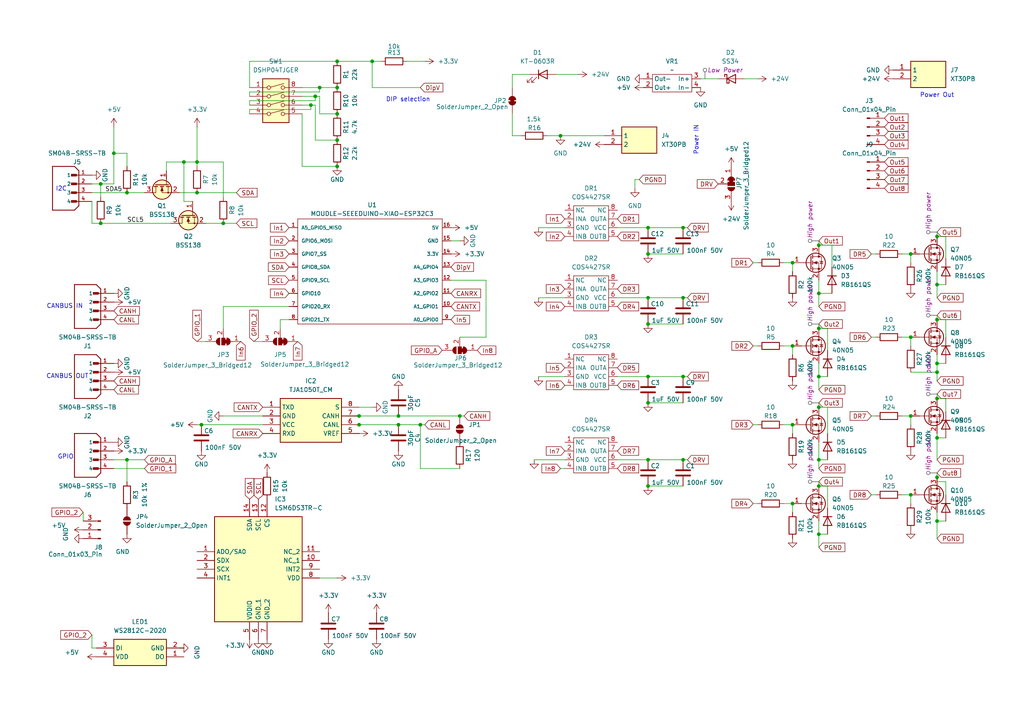
<source format=kicad_sch>
(kicad_sch (version 20231120) (generator "eeschema") (generator_version "8.0")
  (paper "A4")
  (junction (at 237.49 71.12))
  (junction (at 237.49 118.11))
  (junction (at 237.49 140.97))
  (junction (at 29.21 64.77))
  (junction (at 198.12 66.04))
  (junction (at 264.16 120.65))
  (junction (at 198.12 109.22))
  (junction (at 187.96 109.22))
  (junction (at 264.16 143.51))
  (junction (at 104.14 123.19))
  (junction (at 271.78 151.13))
  (junction (at 104.14 120.65))
  (junction (at 57.15 55.88))
  (junction (at 64.77 64.77))
  (junction (at 53.34 46.99))
  (junction (at 97.79 25.4))
  (junction (at 264.16 97.79))
  (junction (at 97.79 33.02))
  (junction (at 90.17 30.48))
  (junction (at 271.78 92.71))
  (junction (at 187.96 140.97))
  (junction (at 187.96 133.35))
  (junction (at 237.49 154.94))
  (junction (at 115.57 123.19))
  (junction (at 162.56 39.37))
  (junction (at 187.96 116.84))
  (junction (at 271.78 138.43))
  (junction (at 97.79 17.78))
  (junction (at 187.96 93.98))
  (junction (at 237.49 95.25))
  (junction (at 237.49 133.35))
  (junction (at 271.78 107.95))
  (junction (at 237.49 109.22))
  (junction (at 187.96 86.36))
  (junction (at 33.02 44.45))
  (junction (at 58.42 123.19))
  (junction (at 229.87 123.19))
  (junction (at 237.49 85.09))
  (junction (at 264.16 73.66))
  (junction (at 271.78 127))
  (junction (at 271.78 82.55))
  (junction (at 133.35 120.65))
  (junction (at 97.79 48.26))
  (junction (at 29.21 53.34))
  (junction (at 271.78 115.57))
  (junction (at 36.83 133.35))
  (junction (at 229.87 100.33))
  (junction (at 229.87 146.05))
  (junction (at 115.57 120.65))
  (junction (at 229.87 76.2))
  (junction (at 92.71 25.4))
  (junction (at 91.44 27.94))
  (junction (at 198.12 86.36))
  (junction (at 36.83 55.88))
  (junction (at 57.15 46.99))
  (junction (at 187.96 66.04))
  (junction (at 271.78 68.58))
  (junction (at 271.78 105.41))
  (junction (at 107.95 17.78))
  (junction (at 121.92 123.19))
  (junction (at 187.96 73.66))
  (junction (at 97.79 40.64))
  (junction (at 198.12 133.35))
  (wire (pts (xy 187.96 86.36) (xy 179.07 86.36)))
  (wire (pts (xy 97.79 167.64) (xy 92.71 167.64)))
  (wire (pts (xy 240.03 140.97) (xy 237.49 140.97)))
  (wire (pts (xy 254 73.66) (xy 252.73 73.66)))
  (wire (pts (xy 121.92 123.19) (xy 115.57 123.19)))
  (wire (pts (xy 227.33 146.05) (xy 229.87 146.05)))
  (wire (pts (xy 156.21 66.04) (xy 163.83 66.04)))
  (wire (pts (xy 271.78 110.49) (xy 271.78 107.95)))
  (wire (pts (xy 237.49 85.09) (xy 241.3 85.09)))
  (wire (pts (xy 271.78 114.3) (xy 271.78 115.57)))
  (wire (pts (xy 100.33 120.65) (xy 104.14 120.65)))
  (wire (pts (xy 198.12 66.04) (xy 187.96 66.04)))
  (wire (pts (xy 33.02 53.34) (xy 29.21 53.34)))
  (wire (pts (xy 91.44 27.94) (xy 92.71 27.94)))
  (wire (pts (xy 271.78 105.41) (xy 274.32 105.41)))
  (wire (pts (xy 219.71 123.19) (xy 218.44 123.19)))
  (wire (pts (xy 271.78 107.95) (xy 271.78 105.41)))
  (wire (pts (xy 36.83 44.45) (xy 33.02 44.45)))
  (wire (pts (xy 72.39 17.78) (xy 97.79 17.78)))
  (wire (pts (xy 184.15 54.61) (xy 184.15 52.07)))
  (wire (pts (xy 57.15 36.83) (xy 57.15 46.99)))
  (wire (pts (xy 229.87 102.87) (xy 229.87 100.33)))
  (wire (pts (xy 53.34 58.42) (xy 55.88 58.42)))
  (wire (pts (xy 198.12 86.36) (xy 187.96 86.36)))
  (wire (pts (xy 24.13 148.59) (xy 24.13 151.13)))
  (wire (pts (xy 104.14 120.65) (xy 115.57 120.65)))
  (wire (pts (xy 219.71 146.05) (xy 218.44 146.05)))
  (wire (pts (xy 240.03 101.6) (xy 240.03 95.25)))
  (wire (pts (xy 68.58 64.77) (xy 64.77 64.77)))
  (wire (pts (xy 240.03 125.73) (xy 240.03 118.11)))
  (wire (pts (xy 187.96 140.97) (xy 198.12 140.97)))
  (wire (pts (xy 264.16 100.33) (xy 264.16 97.79)))
  (wire (pts (xy 237.49 154.94) (xy 237.49 158.75)))
  (wire (pts (xy 33.02 44.45) (xy 33.02 53.34)))
  (wire (pts (xy 41.91 133.35) (xy 36.83 133.35)))
  (wire (pts (xy 118.11 17.78) (xy 123.19 17.78)))
  (wire (pts (xy 271.78 139.7) (xy 271.78 138.43)))
  (wire (pts (xy 91.44 40.64) (xy 97.79 40.64)))
  (wire (pts (xy 237.49 105.41) (xy 237.49 109.22)))
  (wire (pts (xy 199.39 66.04) (xy 198.12 66.04)))
  (wire (pts (xy 121.92 135.89) (xy 121.92 123.19)))
  (wire (pts (xy 237.49 116.84) (xy 237.49 118.11)))
  (wire (pts (xy 219.71 100.33) (xy 218.44 100.33)))
  (wire (pts (xy 237.49 93.98) (xy 237.49 95.25)))
  (wire (pts (xy 72.39 30.48) (xy 72.39 29.21)))
  (wire (pts (xy 53.34 187.96) (xy 52.07 187.96)))
  (wire (pts (xy 92.71 27.94) (xy 92.71 33.02)))
  (wire (pts (xy 227.33 100.33) (xy 229.87 100.33)))
  (wire (pts (xy 229.87 148.59) (xy 229.87 146.05)))
  (wire (pts (xy 241.3 77.47) (xy 241.3 71.12)))
  (wire (pts (xy 81.28 92.71) (xy 83.82 92.71)))
  (wire (pts (xy 237.49 139.7) (xy 237.49 140.97)))
  (wire (pts (xy 271.78 67.31) (xy 271.78 68.58)))
  (wire (pts (xy 81.28 92.71) (xy 81.28 95.25)))
  (wire (pts (xy 187.96 93.98) (xy 198.12 93.98)))
  (wire (pts (xy 208.28 22.86) (xy 203.2 22.86)))
  (wire (pts (xy 107.95 17.78) (xy 107.95 25.4)))
  (wire (pts (xy 36.83 133.35) (xy 33.02 133.35)))
  (wire (pts (xy 72.39 33.02) (xy 72.39 31.75)))
  (wire (pts (xy 59.69 64.77) (xy 64.77 64.77)))
  (wire (pts (xy 261.62 97.79) (xy 264.16 97.79)))
  (wire (pts (xy 72.39 31.75) (xy 90.17 31.75)))
  (wire (pts (xy 227.33 123.19) (xy 229.87 123.19)))
  (wire (pts (xy 229.87 78.74) (xy 229.87 76.2)))
  (wire (pts (xy 53.34 46.99) (xy 57.15 46.99)))
  (wire (pts (xy 26.67 187.96) (xy 27.94 187.96)))
  (wire (pts (xy 29.21 53.34) (xy 29.21 57.15)))
  (wire (pts (xy 187.96 133.35) (xy 179.07 133.35)))
  (wire (pts (xy 90.17 30.48) (xy 91.44 30.48)))
  (wire (pts (xy 198.12 109.22) (xy 187.96 109.22)))
  (wire (pts (xy 158.75 39.37) (xy 162.56 39.37)))
  (wire (pts (xy 36.83 133.35) (xy 36.83 139.7)))
  (wire (pts (xy 261.62 73.66) (xy 264.16 73.66)))
  (wire (pts (xy 151.13 39.37) (xy 148.59 39.37)))
  (wire (pts (xy 72.39 26.67) (xy 92.71 26.67)))
  (wire (pts (xy 271.78 148.59) (xy 271.78 151.13)))
  (wire (pts (xy 264.16 107.95) (xy 271.78 107.95)))
  (wire (pts (xy 87.63 25.4) (xy 92.71 25.4)))
  (wire (pts (xy 26.67 55.88) (xy 36.83 55.88)))
  (wire (pts (xy 97.79 17.78) (xy 107.95 17.78)))
  (wire (pts (xy 229.87 125.73) (xy 229.87 123.19)))
  (wire (pts (xy 154.94 133.35) (xy 163.83 133.35)))
  (wire (pts (xy 48.26 46.99) (xy 53.34 46.99)))
  (wire (pts (xy 134.62 120.65) (xy 133.35 120.65)))
  (wire (pts (xy 57.15 55.88) (xy 52.07 55.88)))
  (wire (pts (xy 237.49 133.35) (xy 240.03 133.35)))
  (wire (pts (xy 26.67 64.77) (xy 26.67 58.42)))
  (wire (pts (xy 57.15 46.99) (xy 57.15 48.26)))
  (wire (pts (xy 254 120.65) (xy 252.73 120.65)))
  (wire (pts (xy 187.96 66.04) (xy 179.07 66.04)))
  (wire (pts (xy 271.78 91.44) (xy 271.78 92.71)))
  (wire (pts (xy 133.35 120.65) (xy 115.57 120.65)))
  (wire (pts (xy 87.63 48.26) (xy 97.79 48.26)))
  (wire (pts (xy 36.83 48.26) (xy 36.83 44.45)))
  (wire (pts (xy 64.77 88.9) (xy 83.82 88.9)))
  (wire (pts (xy 68.58 55.88) (xy 57.15 55.88)))
  (wire (pts (xy 87.63 30.48) (xy 90.17 30.48)))
  (wire (pts (xy 92.71 26.67) (xy 92.71 25.4)))
  (wire (pts (xy 29.21 64.77) (xy 26.67 64.77)))
  (wire (pts (xy 92.71 33.02) (xy 97.79 33.02)))
  (wire (pts (xy 26.67 184.15) (xy 26.67 187.96)))
  (wire (pts (xy 64.77 95.25) (xy 64.77 88.9)))
  (wire (pts (xy 64.77 120.65) (xy 76.2 120.65)))
  (wire (pts (xy 41.91 135.89) (xy 33.02 135.89)))
  (wire (pts (xy 187.96 109.22) (xy 179.07 109.22)))
  (wire (pts (xy 237.49 109.22) (xy 237.49 113.03)))
  (wire (pts (xy 92.71 25.4) (xy 97.79 25.4)))
  (wire (pts (xy 73.66 99.06) (xy 76.2 99.06)))
  (wire (pts (xy 187.96 116.84) (xy 198.12 116.84)))
  (wire (pts (xy 90.17 31.75) (xy 90.17 30.48)))
  (wire (pts (xy 199.39 86.36) (xy 198.12 86.36)))
  (wire (pts (xy 91.44 29.21) (xy 91.44 27.94)))
  (wire (pts (xy 237.49 154.94) (xy 240.03 154.94)))
  (wire (pts (xy 107.95 25.4) (xy 121.92 25.4)))
  (wire (pts (xy 87.63 33.02) (xy 87.63 48.26)))
  (wire (pts (xy 156.21 109.22) (xy 163.83 109.22)))
  (wire (pts (xy 187.96 73.66) (xy 198.12 73.66)))
  (wire (pts (xy 240.03 95.25) (xy 237.49 95.25)))
  (wire (pts (xy 274.32 139.7) (xy 271.78 139.7)))
  (wire (pts (xy 237.49 81.28) (xy 237.49 85.09)))
  (wire (pts (xy 237.49 151.13) (xy 237.49 154.94)))
  (wire (pts (xy 148.59 39.37) (xy 148.59 33.02)))
  (wire (pts (xy 91.44 30.48) (xy 91.44 40.64)))
  (wire (pts (xy 49.53 64.77) (xy 29.21 64.77)))
  (wire (pts (xy 237.49 69.85) (xy 237.49 71.12)))
  (wire (pts (xy 64.77 46.99) (xy 57.15 46.99)))
  (wire (pts (xy 237.49 128.27) (xy 237.49 133.35)))
  (wire (pts (xy 72.39 27.94) (xy 72.39 26.67)))
  (wire (pts (xy 254 97.79) (xy 252.73 97.79)))
  (wire (pts (xy 184.15 52.07) (xy 185.42 52.07)))
  (wire (pts (xy 271.78 127) (xy 274.32 127)))
  (wire (pts (xy 130.81 81.28) (xy 140.97 81.28)))
  (wire (pts (xy 115.57 123.19) (xy 104.14 123.19)))
  (wire (pts (xy 100.33 123.19) (xy 104.14 123.19)))
  (wire (pts (xy 148.59 21.59) (xy 148.59 25.4)))
  (wire (pts (xy 271.78 82.55) (xy 274.32 82.55)))
  (wire (pts (xy 57.15 123.19) (xy 58.42 123.19)))
  (wire (pts (xy 261.62 120.65) (xy 264.16 120.65)))
  (wire (pts (xy 274.32 92.71) (xy 271.78 92.71)))
  (wire (pts (xy 133.35 135.89) (xy 121.92 135.89)))
  (wire (pts (xy 48.26 49.53) (xy 48.26 46.99)))
  (wire (pts (xy 87.63 27.94) (xy 91.44 27.94)))
  (wire (pts (xy 162.56 135.89) (xy 163.83 135.89)))
  (wire (pts (xy 58.42 123.19) (xy 76.2 123.19)))
  (wire (pts (xy 53.34 46.99) (xy 53.34 58.42)))
  (wire (pts (xy 264.16 76.2) (xy 264.16 73.66)))
  (wire (pts (xy 271.78 137.16) (xy 271.78 138.43)))
  (wire (pts (xy 198.12 133.35) (xy 187.96 133.35)))
  (wire (pts (xy 237.49 109.22) (xy 240.03 109.22)))
  (wire (pts (xy 240.03 147.32) (xy 240.03 140.97)))
  (wire (pts (xy 121.92 123.19) (xy 123.19 123.19)))
  (wire (pts (xy 140.97 97.79) (xy 133.35 97.79)))
  (wire (pts (xy 264.16 146.05) (xy 264.16 143.51)))
  (wire (pts (xy 104.14 118.11) (xy 107.95 118.11)))
  (wire (pts (xy 36.83 55.88) (xy 41.91 55.88)))
  (wire (pts (xy 261.62 143.51) (xy 264.16 143.51)))
  (wire (pts (xy 274.32 143.51) (xy 274.32 139.7)))
  (wire (pts (xy 133.35 69.85) (xy 130.81 69.85)))
  (wire (pts (xy 72.39 29.21) (xy 91.44 29.21)))
  (wire (pts (xy 219.71 76.2) (xy 218.44 76.2)))
  (wire (pts (xy 199.39 133.35) (xy 198.12 133.35)))
  (wire (pts (xy 72.39 25.4) (xy 72.39 17.78)))
  (wire (pts (xy 167.64 21.59) (xy 161.29 21.59)))
  (wire (pts (xy 271.78 78.74) (xy 271.78 82.55)))
  (wire (pts (xy 156.21 86.36) (xy 163.83 86.36)))
  (wire (pts (xy 271.78 105.41) (xy 271.78 102.87)))
  (wire (pts (xy 271.78 125.73) (xy 271.78 127)))
  (wire (pts (xy 219.71 22.86) (xy 215.9 22.86)))
  (wire (pts (xy 29.21 53.34) (xy 26.67 53.34)))
  (wire (pts (xy 33.02 36.83) (xy 33.02 44.45)))
  (wire (pts (xy 271.78 127) (xy 271.78 133.35)))
  (wire (pts (xy 140.97 97.79) (xy 140.97 81.28)))
  (wire (pts (xy 227.33 76.2) (xy 229.87 76.2)))
  (wire (pts (xy 237.49 133.35) (xy 237.49 135.89)))
  (wire (pts (xy 57.15 99.06) (xy 59.69 99.06)))
  (wire (pts (xy 274.32 74.93) (xy 274.32 68.58)))
  (wire (pts (xy 271.78 82.55) (xy 271.78 86.36)))
  (wire (pts (xy 271.78 151.13) (xy 271.78 156.21)))
  (wire (pts (xy 107.95 17.78) (xy 110.49 17.78)))
  (wire (pts (xy 148.59 21.59) (xy 153.67 21.59)))
  (wire (pts (xy 274.32 68.58) (xy 271.78 68.58)))
  (wire (pts (xy 271.78 151.13) (xy 274.32 151.13)))
  (wire (pts (xy 274.32 97.79) (xy 274.32 92.71)))
  (wire (pts (xy 199.39 109.22) (xy 198.12 109.22)))
  (wire (pts (xy 64.77 57.15) (xy 64.77 46.99)))
  (wire (pts (xy 274.32 119.38) (xy 274.32 115.57)))
  (wire (pts (xy 237.49 85.09) (xy 237.49 88.9)))
  (wire (pts (xy 162.56 39.37) (xy 175.26 39.37)))
  (wire (pts (xy 264.16 123.19) (xy 264.16 120.65)))
  (wire (pts (xy 240.03 118.11) (xy 237.49 118.11)))
  (wire (pts (xy 254 143.51) (xy 252.73 143.51)))
  (wire (pts (xy 241.3 71.12) (xy 237.49 71.12)))
  (wire (pts (xy 274.32 115.57) (xy 271.78 115.57)))
  (text "CANBUS OUT" (at 19.558 109.22 0) (effects (font (size 1.27 1.27))))
  (text "GPIO\n" (at 19.05 132.588 0) (effects (font (size 1.27 1.27))))
  (text "Power Out" (at 271.78 27.686 0) (effects (font (size 1.27 1.27))))
  (text "CANBUS IN" (at 18.796 88.9 0) (effects (font (size 1.27 1.27))))
  (text "Power IN\n" (at 201.93 40.64 90) (effects (font (size 1.27 1.27))))
  (text "DIP selection" (at 118.364 28.956 0) (effects (font (size 1.27 1.27))))
  (text "I2C" (at 17.78 54.864 0) (effects (font (size 1.27 1.27))))
  (label "SDA5" (at 30.48 55.88 0))
  (label "SCL5" (at 36.83 64.77 0))
  (global_label "DRV" (shape input) (at 208.28 53.34 180) (property "Intersheetrefs" "${INTERSHEET_REFS}" (effects (hide yes))))
  (global_label "CANTX" (shape input) (at 76.2 118.11 180) (property "Intersheetrefs" "${INTERSHEET_REFS}" (effects (hide yes))))
  (global_label "SDA" (shape input) (at 72.39 144.78 90) (property "Intersheetrefs" "${INTERSHEET_REFS}" (effects (hide yes))))
  (global_label "In8" (shape input) (at 138.43 101.6 0) (property "Intersheetrefs" "${INTERSHEET_REFS}" (effects (hide yes))))
  (global_label "DR7" (shape input) (at 179.07 130.81 0) (property "Intersheetrefs" "${INTERSHEET_REFS}" (effects (hide yes))))
  (global_label "GPIO_A" (shape input) (at 41.91 133.35 0) (property "Intersheetrefs" "${INTERSHEET_REFS}" (effects (hide yes))))
  (global_label "DR6" (shape input) (at 179.07 111.76 0) (property "Intersheetrefs" "${INTERSHEET_REFS}" (effects (hide yes))))
  (global_label "In5" (shape input) (at 130.81 92.71 0) (property "Intersheetrefs" "${INTERSHEET_REFS}" (effects (hide yes))))
  (global_label "In5" (shape input) (at 163.83 106.68 180) (property "Intersheetrefs" "${INTERSHEET_REFS}" (effects (hide yes))))
  (global_label "GPIO_A" (shape input) (at 128.27 101.6 180) (property "Intersheetrefs" "${INTERSHEET_REFS}" (effects (hide yes))))
  (global_label "DRV" (shape input) (at 199.39 86.36 0) (property "Intersheetrefs" "${INTERSHEET_REFS}" (effects (hide yes))))
  (global_label "Out8" (shape input) (at 256.54 54.61 0) (property "Intersheetrefs" "${INTERSHEET_REFS}" (effects (hide yes))))
  (global_label "CANRX" (shape input) (at 76.2 125.73 180) (property "Intersheetrefs" "${INTERSHEET_REFS}" (effects (hide yes))))
  (global_label "DR1" (shape input) (at 179.07 63.5 0) (property "Intersheetrefs" "${INTERSHEET_REFS}" (effects (hide yes))))
  (global_label "CANH" (shape input) (at 33.02 110.49 0) (property "Intersheetrefs" "${INTERSHEET_REFS}" (effects (hide yes))))
  (global_label "DR1" (shape input) (at 218.44 76.2 180) (property "Intersheetrefs" "${INTERSHEET_REFS}" (effects (hide yes))))
  (global_label "Out2" (shape input) (at 256.54 36.83 0) (property "Intersheetrefs" "${INTERSHEET_REFS}" (effects (hide yes))))
  (global_label "PGND" (shape input) (at 271.78 133.35 0) (property "Intersheetrefs" "${INTERSHEET_REFS}" (effects (hide yes))))
  (global_label "In7" (shape input) (at 163.83 130.81 180) (property "Intersheetrefs" "${INTERSHEET_REFS}" (effects (hide yes))))
  (global_label "DR2" (shape input) (at 218.44 100.33 180) (property "Intersheetrefs" "${INTERSHEET_REFS}" (effects (hide yes))))
  (global_label "In7" (shape input) (at 86.36 99.06 270) (property "Intersheetrefs" "${INTERSHEET_REFS}" (effects (hide yes))))
  (global_label "DR5" (shape input) (at 252.73 73.66 180) (property "Intersheetrefs" "${INTERSHEET_REFS}" (effects (hide yes))))
  (global_label "DR8" (shape input) (at 179.07 135.89 0) (property "Intersheetrefs" "${INTERSHEET_REFS}" (effects (hide yes))))
  (global_label "In6" (shape input) (at 163.83 111.76 180) (property "Intersheetrefs" "${INTERSHEET_REFS}" (effects (hide yes))))
  (global_label "Out5" (shape input) (at 271.78 67.31 0) (property "Intersheetrefs" "${INTERSHEET_REFS}" (effects (hide yes))))
  (global_label "DR6" (shape input) (at 252.73 97.79 180) (property "Intersheetrefs" "${INTERSHEET_REFS}" (effects (hide yes))))
  (global_label "Out5" (shape input) (at 256.54 46.99 0) (property "Intersheetrefs" "${INTERSHEET_REFS}" (effects (hide yes))))
  (global_label "GPIO_2" (shape input) (at 24.13 148.59 180) (property "Intersheetrefs" "${INTERSHEET_REFS}" (effects (hide yes))))
  (global_label "DipV" (shape input) (at 121.92 25.4 0) (property "Intersheetrefs" "${INTERSHEET_REFS}" (effects (hide yes))))
  (global_label "In6" (shape input) (at 69.85 99.06 270) (property "Intersheetrefs" "${INTERSHEET_REFS}" (effects (hide yes))))
  (global_label "Out7" (shape input) (at 271.78 114.3 0) (property "Intersheetrefs" "${INTERSHEET_REFS}" (effects (hide yes))))
  (global_label "CANL" (shape input) (at 123.19 123.19 0) (property "Intersheetrefs" "${INTERSHEET_REFS}" (effects (hide yes))))
  (global_label "SCL" (shape input) (at 68.58 64.77 0) (property "Intersheetrefs" "${INTERSHEET_REFS}" (effects (hide yes))))
  (global_label "In4" (shape input) (at 163.83 88.9 180) (property "Intersheetrefs" "${INTERSHEET_REFS}" (effects (hide yes))))
  (global_label "PGND" (shape input) (at 237.49 158.75 0) (property "Intersheetrefs" "${INTERSHEET_REFS}" (effects (hide yes))))
  (global_label "CANRX" (shape input) (at 130.81 85.09 0) (property "Intersheetrefs" "${INTERSHEET_REFS}" (effects (hide yes))))
  (global_label "Out2" (shape input) (at 237.49 93.98 0) (property "Intersheetrefs" "${INTERSHEET_REFS}" (effects (hide yes))))
  (global_label "GPIO_1" (shape input) (at 57.15 99.06 90) (property "Intersheetrefs" "${INTERSHEET_REFS}" (effects (hide yes))))
  (global_label "GPIO_2" (shape input) (at 73.66 99.06 90) (property "Intersheetrefs" "${INTERSHEET_REFS}" (effects (hide yes))))
  (global_label "In4" (shape input) (at 83.82 85.09 180) (property "Intersheetrefs" "${INTERSHEET_REFS}" (effects (hide yes))))
  (global_label "In3" (shape input) (at 83.82 73.66 180) (property "Intersheetrefs" "${INTERSHEET_REFS}" (effects (hide yes))))
  (global_label "DR3" (shape input) (at 179.07 83.82 0) (property "Intersheetrefs" "${INTERSHEET_REFS}" (effects (hide yes))))
  (global_label "In2" (shape input) (at 163.83 68.58 180) (property "Intersheetrefs" "${INTERSHEET_REFS}" (effects (hide yes))))
  (global_label "In1" (shape input) (at 163.83 63.5 180) (property "Intersheetrefs" "${INTERSHEET_REFS}" (effects (hide yes))))
  (global_label "CANH" (shape input) (at 33.02 90.17 0) (property "Intersheetrefs" "${INTERSHEET_REFS}" (effects (hide yes))))
  (global_label "CANL" (shape input) (at 33.02 113.03 0) (property "Intersheetrefs" "${INTERSHEET_REFS}" (effects (hide yes))))
  (global_label "CANH" (shape input) (at 134.62 120.65 0) (property "Intersheetrefs" "${INTERSHEET_REFS}" (effects (hide yes))))
  (global_label "DRV" (shape input) (at 199.39 133.35 0) (property "Intersheetrefs" "${INTERSHEET_REFS}" (effects (hide yes))))
  (global_label "PGND" (shape input) (at 237.49 135.89 0) (property "Intersheetrefs" "${INTERSHEET_REFS}" (effects (hide yes))))
  (global_label "Out8" (shape input) (at 271.78 137.16 0) (property "Intersheetrefs" "${INTERSHEET_REFS}" (effects (hide yes))))
  (global_label "DR7" (shape input) (at 252.73 120.65 180) (property "Intersheetrefs" "${INTERSHEET_REFS}" (effects (hide yes))))
  (global_label "DR2" (shape input) (at 179.07 68.58 0) (property "Intersheetrefs" "${INTERSHEET_REFS}" (effects (hide yes))))
  (global_label "PGND" (shape input) (at 271.78 156.21 0) (property "Intersheetrefs" "${INTERSHEET_REFS}" (effects (hide yes))))
  (global_label "DR4" (shape input) (at 179.07 88.9 0) (property "Intersheetrefs" "${INTERSHEET_REFS}" (effects (hide yes))))
  (global_label "PGND" (shape input) (at 271.78 110.49 0) (property "Intersheetrefs" "${INTERSHEET_REFS}" (effects (hide yes))))
  (global_label "GPIO_1" (shape input) (at 41.91 135.89 0) (property "Intersheetrefs" "${INTERSHEET_REFS}" (effects (hide yes))))
  (global_label "Out4" (shape input) (at 256.54 41.91 0) (property "Intersheetrefs" "${INTERSHEET_REFS}" (effects (hide yes))))
  (global_label "Out1" (shape input) (at 237.49 69.85 0) (property "Intersheetrefs" "${INTERSHEET_REFS}" (effects (hide yes))))
  (global_label "DRV" (shape input) (at 199.39 66.04 0) (property "Intersheetrefs" "${INTERSHEET_REFS}" (effects (hide yes))))
  (global_label "Out3" (shape input) (at 256.54 39.37 0) (property "Intersheetrefs" "${INTERSHEET_REFS}" (effects (hide yes))))
  (global_label "CANL" (shape input) (at 33.02 92.71 0) (property "Intersheetrefs" "${INTERSHEET_REFS}" (effects (hide yes))))
  (global_label "Out3" (shape input) (at 237.49 116.84 0) (property "Intersheetrefs" "${INTERSHEET_REFS}" (effects (hide yes))))
  (global_label "SDA" (shape input) (at 83.82 77.47 180) (property "Intersheetrefs" "${INTERSHEET_REFS}" (effects (hide yes))))
  (global_label "In1" (shape input) (at 83.82 66.04 180) (property "Intersheetrefs" "${INTERSHEET_REFS}" (effects (hide yes))))
  (global_label "PGND" (shape input) (at 237.49 113.03 0) (property "Intersheetrefs" "${INTERSHEET_REFS}" (effects (hide yes))))
  (global_label "In2" (shape input) (at 83.82 69.85 180) (property "Intersheetrefs" "${INTERSHEET_REFS}" (effects (hide yes))))
  (global_label "PGND" (shape input) (at 237.49 88.9 0) (property "Intersheetrefs" "${INTERSHEET_REFS}" (effects (hide yes))))
  (global_label "DipV" (shape input) (at 130.81 77.47 0) (property "Intersheetrefs" "${INTERSHEET_REFS}" (effects (hide yes))))
  (global_label "Out4" (shape input) (at 237.49 139.7 0) (property "Intersheetrefs" "${INTERSHEET_REFS}" (effects (hide yes))))
  (global_label "Out1" (shape input) (at 256.54 34.29 0) (property "Intersheetrefs" "${INTERSHEET_REFS}" (effects (hide yes))))
  (global_label "In8" (shape input) (at 162.56 135.89 180) (property "Intersheetrefs" "${INTERSHEET_REFS}" (effects (hide yes))))
  (global_label "DR4" (shape input) (at 218.44 146.05 180) (property "Intersheetrefs" "${INTERSHEET_REFS}" (effects (hide yes))))
  (global_label "SCL" (shape input) (at 74.93 144.78 90) (property "Intersheetrefs" "${INTERSHEET_REFS}" (effects (hide yes))))
  (global_label "DR3" (shape input) (at 218.44 123.19 180) (property "Intersheetrefs" "${INTERSHEET_REFS}" (effects (hide yes))))
  (global_label "SCL" (shape input) (at 83.82 81.28 180) (property "Intersheetrefs" "${INTERSHEET_REFS}" (effects (hide yes))))
  (global_label "PGND" (shape input) (at 185.42 52.07 0) (property "Intersheetrefs" "${INTERSHEET_REFS}" (effects (hide yes))))
  (global_label "SDA" (shape input) (at 68.58 55.88 0) (property "Intersheetrefs" "${INTERSHEET_REFS}" (effects (hide yes))))
  (global_label "PGND" (shape input) (at 271.78 86.36 0) (property "Intersheetrefs" "${INTERSHEET_REFS}" (effects (hide yes))))
  (global_label "Out7" (shape input) (at 256.54 52.07 0) (property "Intersheetrefs" "${INTERSHEET_REFS}" (effects (hide yes))))
  (global_label "In3" (shape input) (at 163.83 83.82 180) (property "Intersheetrefs" "${INTERSHEET_REFS}" (effects (hide yes))))
  (global_label "Out6" (shape input) (at 271.78 91.44 0) (property "Intersheetrefs" "${INTERSHEET_REFS}" (effects (hide yes))))
  (global_label "DR8" (shape input) (at 252.73 143.51 180) (property "Intersheetrefs" "${INTERSHEET_REFS}" (effects (hide yes))))
  (global_label "DR5" (shape input) (at 179.07 106.68 0) (property "Intersheetrefs" "${INTERSHEET_REFS}" (effects (hide yes))))
  (global_label "DRV" (shape input) (at 199.39 109.22 0) (property "Intersheetrefs" "${INTERSHEET_REFS}" (effects (hide yes))))
  (global_label "GPIO_2" (shape input) (at 26.67 184.15 180) (property "Intersheetrefs" "${INTERSHEET_REFS}" (effects (hide yes))))
  (global_label "CANTX" (shape input) (at 130.81 88.9 0) (property "Intersheetrefs" "${INTERSHEET_REFS}" (effects (hide yes))))
  (global_label "Out6" (shape input) (at 256.54 49.53 0) (property "Intersheetrefs" "${INTERSHEET_REFS}" (effects (hide yes))))
  (netclass_flag "" (length 2.54) (shape round) (at 204.47 22.86 0) (property "Netclass" "Low Power" (at 205.1685 20.32 0) (effects (font (italic yes)) (justify left))))
  (netclass_flag "" (length 2.54) (shape round) (at 271.78 114.3 90) (property "Netclass" "High power" (at 269.24 113.6015 90) (effects (font (italic yes)) (justify left))))
  (netclass_flag "" (length 2.54) (shape round) (at 271.78 91.44 90) (property "Netclass" "High power" (at 269.24 90.7415 90) (effects (font (italic yes)) (justify left))))
  (netclass_flag "" (length 2.54) (shape round) (at 271.78 137.16 90) (property "Netclass" "High power" (at 269.24 136.4615 90) (effects (font (italic yes)) (justify left))))
  (netclass_flag "" (length 2.54) (shape round) (at 237.49 69.85 90) (property "Netclass" "High power" (at 234.95 69.1515 90) (effects (font (italic yes)) (justify left))))
  (netclass_flag "" (length 2.54) (shape round) (at 237.49 139.7 90) (property "Netclass" "High power" (at 234.95 139.0015 90) (effects (font (italic yes)) (justify left))))
  (netclass_flag "" (length 2.54) (shape round) (at 237.49 116.84 90) (property "Netclass" "High power" (at 234.95 116.1415 90) (effects (font (italic yes)) (justify left))))
  (netclass_flag "" (length 2.54) (shape round) (at 271.78 67.31 90) (property "Netclass" "High power" (at 269.24 66.6115 90) (effects (font (italic yes)) (justify left))))
  (netclass_flag "" (length 2.54) (shape round) (at 237.49 93.98 90) (property "Netclass" "High power" (at 234.95 93.2815 90) (effects (font (italic yes)) (justify left))))
  (symbol (lib_id "Device:R") (at 264.16 127 180) (unit 1)
    (property "Reference" "R28" (at 266.7 127 90))
    (property "Value" "100k" (at 269.24 127 90))
    (property "Footprint" "Resistor_SMD:R_0402_1005Metric" (effects (hide yes)))
  )
  (symbol (lib_id "Device:Q_NMOS_GSD") (at 234.95 123.19 0) (unit 1)
    (property "Reference" "Q5" (at 241.3 121.9199 0) (effects (justify left)))
    (property "Value" "40N05" (at 241.3 124.4599 0) (effects (justify left)))
    (property "Footprint" "Package_TO_SOT_SMD:SOT-23-3" (effects (hide yes)))
    (property "Description" "N-MOSFET transistor, gate/source/drain" (effects (hide yes)))
  )
  (symbol (lib_id "Connector:Conn_01x03_Pin") (at 29.21 153.67 180) (unit 1)
    (property "Reference" "J8" (at 28.575 158.75 0))
    (property "Value" "Conn_01x03_Pin" (at 21.844 160.782 0))
    (property "Footprint" "Connector_PinHeader_2.54mm:PinHeader_1x03_P2.54mm_Vertical" (effects (hide yes)))
    (property "Description" "Generic connector, single row, 01x03, script generated" (effects (hide yes)))
  )
  (symbol (lib_id "Device:D") (at 274.32 123.19 270) (unit 1)
    (property "Reference" "D9" (at 276.86 121.9199 90) (effects (justify left)))
    (property "Value" "RB161QS" (at 276.86 124.4599 90) (effects (justify left)))
    (property "Footprint" "Diode_SMD:D_0402_1005Metric" (effects (hide yes)))
    (property "Description" "Diode" (effects (hide yes)))
    (property "Sim.Device" "D" (effects (hide yes)))
    (property "Sim.Pins" "1=K 2=A" (effects (hide yes)))
  )
  (symbol (lib_id "power:GND") (at 264.16 130.81 0) (unit 1)
    (property "Reference" "#PWR066" (effects (hide yes)))
    (property "Value" "GND" (effects (hide yes)))
  )
  (symbol (lib_id "power:GND") (at 77.47 185.42 0) (unit 1)
    (property "Reference" "#PWR036" (effects (hide yes)))
    (property "Value" "GND" (at 77.47 189.23 0))
  )
  (symbol (lib_id "power:+5V") (at 57.15 123.19 90) (unit 1)
    (property "Reference" "#PWR015" (effects (hide yes)))
    (property "Value" "+5V" (at 53.34 123.1899 90) (effects (justify left)))
    (property "Description" "Power symbol creates a global label with name \"+5V\"" (effects (hide yes)))
  )
  (symbol (lib_id "power:GND") (at 187.96 93.98 0) (unit 1)
    (property "Reference" "#PWR061" (effects (hide yes)))
    (property "Value" "GND" (effects (hide yes)))
  )
  (symbol (lib_id "power:GND") (at 95.25 185.42 0) (unit 1)
    (property "Reference" "#PWR041" (effects (hide yes)))
    (property "Value" "GND" (at 95.25 189.23 0))
  )
  (symbol (lib_id "SamacSys_Parts:XT30PB") (at 259.08 20.32 0) (unit 1) (in_bom no)
    (property "Reference" "J7" (at 275.59 20.3199 0) (effects (justify left)))
    (property "Value" "XT30PB" (at 275.59 22.8599 0) (effects (justify left)))
    (property "Footprint" "JST_Sorted:XT30PB" (effects (hide yes)))
    (property "Datasheet" "https://www.tme.eu/Document/4acc913878197f8c2e30d4b8cdc47230/XT30UPB%20SPEC.pdf" (effects (hide yes)))
    (property "Description" "Mini XT60 XT30 Connector for RC Multirotor Racing Drone Quadcopter" (effects (hide yes)))
    (property "Height" "10.7" (effects (hide yes)))
    (property "Manufacturer_Name" "Amass" (effects (hide yes)))
    (property "Manufacturer_Part_Number" "XT30PB" (effects (hide yes)))
  )
  (symbol (lib_id "Device:R") (at 264.16 80.01 180) (unit 1)
    (property "Reference" "R26" (at 266.7 80.01 90))
    (property "Value" "100k" (at 269.24 80.01 90))
    (property "Footprint" "Resistor_SMD:R_0402_1005Metric" (effects (hide yes)))
  )
  (symbol (lib_id "Device:R") (at 29.21 60.96 180) (unit 1)
    (property "Reference" "R9" (at 31.75 60.96 90))
    (property "Value" "10k" (at 34.29 60.96 90))
    (property "Footprint" "Resistor_SMD:R_0402_1005Metric" (effects (hide yes)))
  )
  (symbol (lib_id "power:GND") (at 33.02 85.09 90) (unit 1)
    (property "Reference" "#PWR02" (effects (hide yes)))
    (property "Value" "GND" (at 36.83 85.09 0))
  )
  (symbol (lib_id "Device:C") (at 187.96 69.85 0) (unit 1)
    (property "Reference" "C12" (at 188.722 67.818 0) (effects (justify left)))
    (property "Value" "1uF 50V" (at 188.976 72.644 0) (effects (justify left)))
    (property "Footprint" "Capacitor_SMD:C_0402_1005Metric" (effects (hide yes)))
    (property "Description" "Unpolarized capacitor" (effects (hide yes)))
  )
  (symbol (lib_id "Connector:Conn_01x04_Pin") (at 251.46 49.53 0) (unit 1)
    (property "Reference" "J9" (at 252.095 41.91 0))
    (property "Value" "Conn_01x04_Pin" (at 252.095 44.45 0))
    (property "Footprint" "TerminalBlock:TerminalBlock_Xinya_XY308-2.54-4P_1x04_P2.54mm_Horizontal" (effects (hide yes)))
    (property "Description" "Generic connector, single row, 01x04, script generated" (effects (hide yes)))
  )
  (symbol (lib_id "Device:D") (at 240.03 129.54 270) (unit 1)
    (property "Reference" "D5" (at 242.57 128.2699 90) (effects (justify left)))
    (property "Value" "RB161QS" (at 242.57 130.8099 90) (effects (justify left)))
    (property "Footprint" "Diode_SMD:D_0402_1005Metric" (effects (hide yes)))
    (property "Description" "Diode" (effects (hide yes)))
    (property "Sim.Device" "D" (effects (hide yes)))
    (property "Sim.Pins" "1=K 2=A" (effects (hide yes)))
  )
  (symbol (lib_id "Device:R") (at 133.35 132.08 180) (unit 1)
    (property "Reference" "R17" (at 135.89 132.08 90))
    (property "Value" "120" (at 138.43 132.08 90))
    (property "Footprint" "Resistor_SMD:R_0402_1005Metric" (effects (hide yes)))
  )
  (symbol (lib_id "Device:C") (at 109.22 181.61 0) (unit 1)
    (property "Reference" "C8" (at 109.982 179.578 0) (effects (justify left)))
    (property "Value" "100nF 50V" (at 110.236 184.404 0) (effects (justify left)))
    (property "Footprint" "Capacitor_SMD:C_0402_1005Metric" (effects (hide yes)))
    (property "Description" "Unpolarized capacitor" (effects (hide yes)))
  )
  (symbol (lib_id "power:GND") (at 229.87 110.49 0) (unit 1)
    (property "Reference" "#PWR068" (effects (hide yes)))
    (property "Value" "GND" (effects (hide yes)))
  )
  (symbol (lib_id "Device:C") (at 58.42 127 0) (unit 1)
    (property "Reference" "C6" (at 59.182 124.968 0) (effects (justify left)))
    (property "Value" "100nF 50V" (at 59.436 129.794 0) (effects (justify left)))
    (property "Footprint" "Capacitor_SMD:C_0402_1005Metric" (effects (hide yes)))
    (property "Description" "Unpolarized capacitor" (effects (hide yes)))
  )
  (symbol (lib_id "Device:C") (at 95.25 181.61 0) (unit 1)
    (property "Reference" "C7" (at 96.012 179.578 0) (effects (justify left)))
    (property "Value" "100nF 50V" (at 96.266 184.404 0) (effects (justify left)))
    (property "Footprint" "Capacitor_SMD:C_0402_1005Metric" (effects (hide yes)))
    (property "Description" "Unpolarized capacitor" (effects (hide yes)))
  )
  (symbol (lib_id "power:GND") (at 229.87 156.21 0) (unit 1)
    (property "Reference" "#PWR064" (effects (hide yes)))
    (property "Value" "GND" (effects (hide yes)))
  )
  (symbol (lib_id "Device:R") (at 97.79 21.59 180) (unit 1)
    (property "Reference" "R1" (at 100.33 21.59 90))
    (property "Value" "22k" (at 102.87 21.59 90))
    (property "Footprint" "Resistor_SMD:R_0402_1005Metric" (effects (hide yes)))
  )
  (symbol (lib_id "Device:R") (at 114.3 17.78 270) (unit 1)
    (property "Reference" "R13" (at 114.3 15.24 90))
    (property "Value" "10k" (at 114.3 13.462 90))
    (property "Footprint" "Resistor_SMD:R_0402_1005Metric" (effects (hide yes)))
  )
  (symbol (lib_id "Device:C") (at 198.12 90.17 0) (unit 1)
    (property "Reference" "C11" (at 198.882 88.138 0) (effects (justify left)))
    (property "Value" "100nF 50V" (at 199.136 92.964 0) (effects (justify left)))
    (property "Footprint" "Capacitor_SMD:C_0402_1005Metric" (effects (hide yes)))
    (property "Description" "Unpolarized capacitor" (effects (hide yes)))
  )
  (symbol (lib_id "power:GND") (at 24.13 156.21 270) (unit 1)
    (property "Reference" "#PWR031" (effects (hide yes)))
    (property "Value" "GND" (at 19.05 154.94 0))
  )
  (symbol (lib_id "SamacSys_Parts:B4B-XH-A_LF__SN_") (at 19.05 53.34 0) (mirror y) (unit 1)
    (property "Reference" "J5" (at 22.352 46.99 0))
    (property "Value" "SM04B-SRSS-TB" (at 22.352 44.45 0))
    (property "Footprint" "Connector_JST:JST_SH_SM04B-SRSS-TB_1x04-1MP_P1.00mm_Horizontal" (effects (hide yes)))
    (property "Description" "JST 4 Pin" (effects (hide yes)))
  )
  (symbol (lib_id "power:GND") (at 187.96 73.66 0) (unit 1)
    (property "Reference" "#PWR062" (effects (hide yes)))
    (property "Value" "GND" (effects (hide yes)))
  )
  (symbol (lib_id "power:GND") (at 107.95 118.11 90) (unit 1)
    (property "Reference" "#PWR019" (effects (hide yes)))
    (property "Value" "GND" (at 111.76 118.11 0))
  )
  (symbol (lib_id "power:+24V") (at 175.26 41.91 90) (unit 1)
    (property "Reference" "#PWR010" (effects (hide yes)))
    (property "Value" "+24V" (at 171.45 41.91 90) (effects (justify left)))
  )
  (symbol (lib_id "Device:R") (at 229.87 129.54 180) (unit 1)
    (property "Reference" "R19" (at 232.41 129.54 90))
    (property "Value" "100k" (at 234.95 129.54 90))
    (property "Footprint" "Resistor_SMD:R_0402_1005Metric" (effects (hide yes)))
  )
  (symbol (lib_id "Device:R") (at 223.52 100.33 270) (unit 1)
    (property "Reference" "R5" (at 223.52 97.79 90))
    (property "Value" "10" (at 223.52 95.25 90))
    (property "Footprint" "Resistor_SMD:R_0603_1608Metric" (effects (hide yes)))
  )
  (symbol (lib_id "Device:D") (at 241.3 81.28 270) (unit 1)
    (property "Reference" "D3" (at 243.84 80.0099 90) (effects (justify left)))
    (property "Value" "RB161QS" (at 243.84 82.5499 90) (effects (justify left)))
    (property "Footprint" "Diode_SMD:D_0402_1005Metric" (effects (hide yes)))
    (property "Description" "Diode" (effects (hide yes)))
    (property "Sim.Device" "D" (effects (hide yes)))
    (property "Sim.Pins" "1=K 2=A" (effects (hide yes)))
  )
  (symbol (lib_id "power:GND") (at 229.87 86.36 0) (unit 1)
    (property "Reference" "#PWR063" (effects (hide yes)))
    (property "Value" "GND" (effects (hide yes)))
  )
  (symbol (lib_id "power:GND") (at 26.67 50.8 90) (unit 1)
    (property "Reference" "#PWR05" (effects (hide yes)))
    (property "Value" "GND" (at 30.48 50.8 0))
  )
  (symbol (lib_id "power:+24V") (at 167.64 21.59 270) (unit 1)
    (property "Reference" "#PWR021" (effects (hide yes)))
    (property "Value" "+24V" (at 171.45 21.5899 90) (effects (justify left)))
  )
  (symbol (lib_id "Device:R") (at 223.52 76.2 270) (unit 1)
    (property "Reference" "R4" (at 223.52 73.66 90))
    (property "Value" "10" (at 223.52 71.12 90))
    (property "Footprint" "Resistor_SMD:R_0603_1608Metric" (effects (hide yes)))
  )
  (symbol (lib_id "power:GND") (at 187.96 116.84 0) (unit 1)
    (property "Reference" "#PWR060" (effects (hide yes)))
    (property "Value" "GND" (effects (hide yes)))
  )
  (symbol (lib_id "Device:C") (at 198.12 113.03 0) (unit 1)
    (property "Reference" "C9" (at 198.882 110.998 0) (effects (justify left)))
    (property "Value" "100nF 50V" (at 199.136 115.824 0) (effects (justify left)))
    (property "Footprint" "Capacitor_SMD:C_0402_1005Metric" (effects (hide yes)))
    (property "Description" "Unpolarized capacitor" (effects (hide yes)))
  )
  (symbol (lib_id "power:GND") (at 109.22 185.42 0) (unit 1)
    (property "Reference" "#PWR044" (effects (hide yes)))
    (property "Value" "GND" (at 109.22 189.23 0))
  )
  (symbol (lib_id "power:GND") (at 264.16 83.82 0) (unit 1)
    (property "Reference" "#PWR069" (effects (hide yes)))
    (property "Value" "GND" (effects (hide yes)))
  )
  (symbol (lib_id "power:+3.3V") (at 72.39 185.42 180) (unit 1)
    (property "Reference" "#PWR039" (effects (hide yes)))
    (property "Value" "+3.3V" (at 68.072 187.198 0))
    (property "Description" "Power symbol creates a global label with name \"+3.3V\"" (effects (hide yes)))
  )
  (symbol (lib_id "Device:C") (at 198.12 137.16 0) (unit 1)
    (property "Reference" "C1" (at 198.882 135.128 0) (effects (justify left)))
    (property "Value" "100nF 50V" (at 199.136 139.954 0) (effects (justify left)))
    (property "Footprint" "Capacitor_SMD:C_0402_1005Metric" (effects (hide yes)))
    (property "Description" "Unpolarized capacitor" (effects (hide yes)))
  )
  (symbol (lib_id "Device:R") (at 264.16 149.86 180) (unit 1)
    (property "Reference" "R29" (at 266.7 149.86 90))
    (property "Value" "100k" (at 269.24 149.86 90))
    (property "Footprint" "Resistor_SMD:R_0402_1005Metric" (effects (hide yes)))
  )
  (symbol (lib_id "power:+24V") (at 219.71 22.86 270) (unit 1)
    (property "Reference" "#PWR033" (effects (hide yes)))
    (property "Value" "+24V" (at 223.52 22.86 90) (effects (justify left)))
  )
  (symbol (lib_id "power:GND") (at 133.35 69.85 90) (unit 1)
    (property "Reference" "#PWR09" (effects (hide yes)))
    (property "Value" "GND" (at 137.16 69.85 0))
  )
  (symbol (lib_id "power:+3.3V") (at 97.79 167.64 270) (unit 1)
    (property "Reference" "#PWR038" (effects (hide yes)))
    (property "Value" "+3.3V" (at 101.6 167.6399 90) (effects (justify left)))
    (property "Description" "Power symbol creates a global label with name \"+3.3V\"" (effects (hide yes)))
  )
  (symbol (lib_id "power:+5V") (at 186.69 25.4 90) (unit 1)
    (property "Reference" "#PWR035" (effects (hide yes)))
    (property "Value" "+5V" (at 182.88 25.3999 90) (effects (justify left)))
    (property "Description" "Power symbol creates a global label with name \"+5V\"" (effects (hide yes)))
  )
  (symbol (lib_id "Device:C") (at 187.96 113.03 0) (unit 1)
    (property "Reference" "C3" (at 188.722 110.998 0) (effects (justify left)))
    (property "Value" "1uF 50V" (at 188.976 115.824 0) (effects (justify left)))
    (property "Footprint" "Capacitor_SMD:C_0402_1005Metric" (effects (hide yes)))
    (property "Description" "Unpolarized capacitor" (effects (hide yes)))
  )
  (symbol (lib_id "power:GND") (at 97.79 48.26 0) (unit 1)
    (property "Reference" "#PWR08" (effects (hide yes)))
    (property "Value" "GND" (at 97.79 52.07 0))
  )
  (symbol (lib_id "power:+5V") (at 24.13 153.67 90) (unit 1)
    (property "Reference" "#PWR030" (effects (hide yes)))
    (property "Value" "+5V" (at 19.05 152.4001 90) (effects (justify left)))
    (property "Description" "Power symbol creates a global label with name \"+5V\"" (effects (hide yes)))
  )
  (symbol (lib_id "Connector:Conn_01x04_Pin") (at 251.46 36.83 0) (unit 1)
    (property "Reference" "J3" (at 252.095 29.21 0))
    (property "Value" "Conn_01x04_Pin" (at 252.095 31.75 0))
    (property "Footprint" "TerminalBlock:TerminalBlock_Xinya_XY308-2.54-4P_1x04_P2.54mm_Horizontal" (effects (hide yes)))
    (property "Description" "Generic connector, single row, 01x04, script generated" (effects (hide yes)))
  )
  (symbol (lib_id "Device:R") (at 257.81 120.65 270) (unit 1)
    (property "Reference" "R24" (at 257.81 118.11 90))
    (property "Value" "10" (at 257.81 115.57 90))
    (property "Footprint" "Resistor_SMD:R_0603_1608Metric" (effects (hide yes)))
  )
  (symbol (lib_id "Jumper:SolderJumper_3_Bridged12") (at 81.28 99.06 180) (unit 1) (exclude_from_sim yes) (in_bom no)
    (property "Reference" "JP5" (at 81.28 102.87 0))
    (property "Value" "SolderJumper_3_Bridged12" (at 88.392 105.664 0))
    (property "Footprint" "Jumper:SolderJumper-3_P1.3mm_Bridged12_RoundedPad1.0x1.5mm" (effects (hide yes)))
    (property "Description" "3-pole Solder Jumper, pins 1+2 closed/bridged" (effects (hide yes)))
  )
  (symbol (lib_id "power:+5V") (at 33.02 36.83 0) (unit 1)
    (property "Reference" "#PWR01" (effects (hide yes)))
    (property "Value" "+5V" (at 33.02 31.75 0))
    (property "Description" "Power symbol creates a global label with name \"+5V\"" (effects (hide yes)))
  )
  (symbol (lib_id "power:+3.3V") (at 130.81 73.66 270) (unit 1)
    (property "Reference" "#PWR04" (effects (hide yes)))
    (property "Value" "+3.3V" (at 134.62 73.6599 90) (effects (justify left)))
    (property "Description" "Power symbol creates a global label with name \"+3.3V\"" (effects (hide yes)))
  )
  (symbol (lib_id "power:+3.3V") (at 95.25 177.8 0) (unit 1)
    (property "Reference" "#PWR040" (effects (hide yes)))
    (property "Value" "+3.3V" (at 95.25 172.72 0))
    (property "Description" "Power symbol creates a global label with name \"+3.3V\"" (effects (hide yes)))
  )
  (symbol (lib_id "Switch:SW_DIP_x04") (at 80.01 30.48 0) (unit 1)
    (property "Reference" "SW1" (at 80.01 17.78 0))
    (property "Value" "DSHP04TJGER" (at 80.01 20.32 0))
    (property "Footprint" "Button_Switch_SMD:SW_DIP_SPSTx04_Slide_Copal_CHS-04A_W5.08mm_P1.27mm_JPin" (effects (hide yes)))
    (property "Description" "4x DIP Switch, Single Pole Single Throw (SPST) switch, small symbol" (effects (hide yes)))
  )
  (symbol (lib_id "power:GND") (at 184.15 54.61 0) (mirror y) (unit 1)
    (property "Reference" "#PWR014" (effects (hide yes)))
    (property "Value" "GND" (at 184.15 59.69 0))
  )
  (symbol (lib_id "Jumper:SolderJumper_2_Bridged") (at 148.59 29.21 90) (unit 1) (exclude_from_sim yes) (in_bom no)
    (property "Reference" "JP2" (at 143.256 29.21 90) (effects (justify right)))
    (property "Value" "SolderJumper_2_Open" (at 126.492 30.988 90) (effects (justify right)))
    (property "Footprint" "CutomParts:Jumper Connected 2 Pin Small" (effects (hide yes)))
    (property "Description" "Solder Jumper, 2-pole, closed/bridged" (effects (hide yes)))
  )
  (symbol (lib_id "Device:C") (at 115.57 116.84 180) (unit 1)
    (property "Reference" "C5" (at 121.158 116.84 90))
    (property "Value" "30pF" (at 119.126 116.84 90))
    (property "Footprint" "Capacitor_SMD:C_0402_1005Metric" (effects (hide yes)))
    (property "Description" "Unpolarized capacitor" (effects (hide yes)))
  )
  (symbol (lib_id "Device:Q_NMOS_GSD") (at 234.95 76.2 0) (unit 1)
    (property "Reference" "Q3" (at 241.3 74.9299 0) (effects (justify left)))
    (property "Value" "40N05" (at 241.3 77.4699 0) (effects (justify left)))
    (property "Footprint" "Package_TO_SOT_SMD:SOT-23-3" (effects (hide yes)))
    (property "Description" "N-MOSFET transistor, gate/source/drain" (effects (hide yes)))
  )
  (symbol (lib_id "Device:R") (at 77.47 140.97 180) (unit 1)
    (property "Reference" "R15" (at 80.01 140.97 90))
    (property "Value" "10k" (at 82.55 140.97 90))
    (property "Footprint" "Resistor_SMD:R_0402_1005Metric" (effects (hide yes)))
  )
  (symbol (lib_id "Device:Q_NMOS_GSD") (at 269.24 120.65 0) (unit 1)
    (property "Reference" "Q9" (at 275.59 119.3799 0) (effects (justify left)))
    (property "Value" "40N05" (at 275.59 121.9199 0) (effects (justify left)))
    (property "Footprint" "Package_TO_SOT_SMD:SOT-23-3" (effects (hide yes)))
    (property "Description" "N-MOSFET transistor, gate/source/drain" (effects (hide yes)))
  )
  (symbol (lib_id "power:GND") (at 156.21 86.36 0) (unit 1)
    (property "Reference" "#PWR054" (effects (hide yes)))
    (property "Value" "GND" (effects (hide yes)))
  )
  (symbol (lib_id "Device:R") (at 97.79 29.21 180) (unit 1)
    (property "Reference" "R10" (at 100.33 29.21 90))
    (property "Value" "10k" (at 102.87 29.21 90))
    (property "Footprint" "Resistor_SMD:R_0402_1005Metric" (effects (hide yes)))
  )
  (symbol (lib_id "power:+5V") (at 33.02 107.95 270) (unit 1)
    (property "Reference" "#PWR022" (effects (hide yes)))
    (property "Value" "+5V" (at 36.83 107.9499 90) (effects (justify left)))
    (property "Description" "Power symbol creates a global label with name \"+5V\"" (effects (hide yes)))
  )
  (symbol (lib_id "Device:R") (at 257.81 143.51 270) (unit 1)
    (property "Reference" "R25" (at 257.81 140.97 90))
    (property "Value" "10" (at 257.81 138.43 90))
    (property "Footprint" "Resistor_SMD:R_0603_1608Metric" (effects (hide yes)))
  )
  (symbol (lib_id "SamacSys_Parts:COS4427") (at 171.45 69.85 0) (unit 1)
    (property "Reference" "DR1" (at 171.45 54.61 0))
    (property "Value" "COS4427SR" (at 171.45 57.15 0))
    (property "Footprint" "Package_SO:SOP-8_3.76x4.96mm_P1.27mm" (effects (hide yes)))
  )
  (symbol (lib_id "Device:R") (at 257.81 97.79 270) (unit 1)
    (property "Reference" "R23" (at 257.81 95.25 90))
    (property "Value" "10" (at 257.81 92.71 90))
    (property "Footprint" "Resistor_SMD:R_0603_1608Metric" (effects (hide yes)))
  )
  (symbol (lib_id "Device:D") (at 240.03 105.41 270) (unit 1)
    (property "Reference" "D4" (at 242.57 104.1399 90) (effects (justify left)))
    (property "Value" "RB161QS" (at 242.57 106.6799 90) (effects (justify left)))
    (property "Footprint" "Diode_SMD:D_0402_1005Metric" (effects (hide yes)))
    (property "Description" "Diode" (effects (hide yes)))
    (property "Sim.Device" "D" (effects (hide yes)))
    (property "Sim.Pins" "1=K 2=A" (effects (hide yes)))
  )
  (symbol (lib_id "Device:R") (at 223.52 146.05 270) (unit 1)
    (property "Reference" "R20" (at 223.52 143.51 90))
    (property "Value" "10" (at 223.52 140.97 90))
    (property "Footprint" "Resistor_SMD:R_0603_1608Metric" (effects (hide yes)))
  )
  (symbol (lib_id "Device:Q_NMOS_GSD") (at 269.24 73.66 0) (unit 1)
    (property "Reference" "Q7" (at 275.59 72.3899 0) (effects (justify left)))
    (property "Value" "40N05" (at 275.59 74.9299 0) (effects (justify left)))
    (property "Footprint" "Package_TO_SOT_SMD:SOT-23-3" (effects (hide yes)))
    (property "Description" "N-MOSFET transistor, gate/source/drain" (effects (hide yes)))
  )
  (symbol (lib_id "power:GND") (at 156.21 66.04 0) (unit 1)
    (property "Reference" "#PWR053" (effects (hide yes)))
    (property "Value" "GND" (effects (hide yes)))
  )
  (symbol (lib_id "power:GND") (at 229.87 133.35 0) (unit 1)
    (property "Reference" "#PWR067" (effects (hide yes)))
    (property "Value" "GND" (effects (hide yes)))
  )
  (symbol (lib_id "power:+3.3V") (at 109.22 177.8 0) (unit 1)
    (property "Reference" "#PWR043" (effects (hide yes)))
    (property "Value" "+3.3V" (at 109.22 172.72 0))
    (property "Description" "Power symbol creates a global label with name \"+3.3V\"" (effects (hide yes)))
  )
  (symbol (lib_id "Device:R") (at 154.94 39.37 270) (unit 1)
    (property "Reference" "R16" (at 156.972 37.084 90) (effects (justify right)))
    (property "Value" "1.5k" (at 156.972 34.544 90) (effects (justify right)))
    (property "Footprint" "Resistor_SMD:R_0402_1005Metric" (effects (hide yes)))
  )
  (symbol (lib_id "Device:C") (at 187.96 137.16 0) (unit 1)
    (property "Reference" "C2" (at 188.722 135.128 0) (effects (justify left)))
    (property "Value" "1uF 50V" (at 188.976 139.954 0) (effects (justify left)))
    (property "Footprint" "Capacitor_SMD:C_0402_1005Metric" (effects (hide yes)))
    (property "Description" "Unpolarized capacitor" (effects (hide yes)))
  )
  (symbol (lib_id "Device:C") (at 198.12 69.85 0) (unit 1)
    (property "Reference" "C13" (at 198.882 67.818 0) (effects (justify left)))
    (property "Value" "100nF 50V" (at 199.136 72.644 0) (effects (justify left)))
    (property "Footprint" "Capacitor_SMD:C_0402_1005Metric" (effects (hide yes)))
    (property "Description" "Unpolarized capacitor" (effects (hide yes)))
  )
  (symbol (lib_id "power:GND") (at 36.83 154.94 0) (unit 1)
    (property "Reference" "#PWR03" (effects (hide yes)))
    (property "Value" "GND" (at 35.56 160.02 0))
  )
  (symbol (lib_id "Device:R") (at 229.87 152.4 180) (unit 1)
    (property "Reference" "R21" (at 232.41 152.4 90))
    (property "Value" "100k" (at 234.95 152.4 90))
    (property "Footprint" "Resistor_SMD:R_0402_1005Metric" (effects (hide yes)))
  )
  (symbol (lib_id "Personal:Reg_Board") (at 194.31 24.13 0) (unit 1) (in_bom no)
    (property "Reference" "VR1" (at 194.945 17.78 0))
    (property "Value" "~" (at 194.945 20.32 0))
    (property "Footprint" "Library:EY9 reg board" (effects (hide yes)))
  )
  (symbol (lib_id "Device:Q_NMOS_GSD") (at 269.24 97.79 0) (unit 1)
    (property "Reference" "Q8" (at 275.59 96.5199 0) (effects (justify left)))
    (property "Value" "40N05" (at 275.59 99.0599 0) (effects (justify left)))
    (property "Footprint" "Package_TO_SOT_SMD:SOT-23-3" (effects (hide yes)))
    (property "Description" "N-MOSFET transistor, gate/source/drain" (effects (hide yes)))
  )
  (symbol (lib_id "Device:R") (at 229.87 106.68 180) (unit 1)
    (property "Reference" "R6" (at 232.41 106.68 90))
    (property "Value" "100k" (at 234.95 106.68 90))
    (property "Footprint" "Resistor_SMD:R_0402_1005Metric" (effects (hide yes)))
  )
  (symbol (lib_id "power:+5V") (at 27.94 190.5 90) (unit 1)
    (property "Reference" "#PWR045" (effects (hide yes)))
    (property "Value" "+5V" (at 22.86 189.2301 90) (effects (justify left)))
    (property "Description" "Power symbol creates a global label with name \"+5V\"" (effects (hide yes)))
  )
  (symbol (lib_id "SamacSys_Parts:XT30PB") (at 175.26 39.37 0) (unit 1) (in_bom no)
    (property "Reference" "J4" (at 191.77 39.3699 0) (effects (justify left)))
    (property "Value" "XT30PB" (at 191.77 41.9099 0) (effects (justify left)))
    (property "Footprint" "Library:Xt30 Horizontal" (effects (hide yes)))
    (property "Datasheet" "https://www.tme.eu/Document/4acc913878197f8c2e30d4b8cdc47230/XT30UPB%20SPEC.pdf" (effects (hide yes)))
    (property "Description" "Mini XT60 XT30 Connector for RC Multirotor Racing Drone Quadcopter" (effects (hide yes)))
    (property "Height" "10.7" (effects (hide yes)))
    (property "Manufacturer_Name" "Amass" (effects (hide yes)))
    (property "Manufacturer_Part_Number" "XT30PB" (effects (hide yes)))
  )
  (symbol (lib_id "power:+24V") (at 212.09 58.42 180) (unit 1)
    (property "Reference" "#PWR058" (effects (hide yes)))
    (property "Value" "+24V" (at 212.09 63.5 0))
  )
  (symbol (lib_id "power:+5V") (at 33.02 87.63 270) (unit 1)
    (property "Reference" "#PWR016" (effects (hide yes)))
    (property "Value" "+5V" (at 36.83 87.6299 90) (effects (justify left)))
    (property "Description" "Power symbol creates a global label with name \"+5V\"" (effects (hide yes)))
  )
  (symbol (lib_id "SamacSys_Parts:B4B-XH-A_LF__SN_") (at 25.4 107.95 0) (mirror y) (unit 1)
    (property "Reference" "J2" (at 25.4 120.65 0))
    (property "Value" "SM04B-SRSS-TB" (at 25.4 118.11 0))
    (property "Footprint" "Connector_JST:JST_SH_SM04B-SRSS-TB_1x04-1MP_P1.00mm_Horizontal" (effects (hide yes)))
    (property "Description" "JST 4 Pin" (effects (hide yes)))
  )
  (symbol (lib_id "power:GND") (at 33.02 128.27 90) (unit 1)
    (property "Reference" "#PWR026" (effects (hide yes)))
    (property "Value" "GND" (at 36.83 128.27 0))
  )
  (symbol (lib_id "Jumper:SolderJumper_2_Open") (at 36.83 151.13 90) (unit 1) (exclude_from_sim yes) (in_bom no)
    (property "Reference" "JP4" (at 39.37 149.8599 90) (effects (justify right)))
    (property "Value" "SolderJumper_2_Open" (at 39.37 152.3999 90) (effects (justify right)))
    (property "Footprint" "Jumper:SolderJumper-2_P1.3mm_Open_RoundedPad1.0x1.5mm" (effects (hide yes)))
    (property "Description" "Solder Jumper, 2-pole, open" (effects (hide yes)))
  )
  (symbol (lib_id "Device:R") (at 97.79 36.83 180) (unit 1)
    (property "Reference" "R11" (at 100.33 36.83 90))
    (property "Value" "4.7k" (at 102.87 36.83 90))
    (property "Footprint" "Resistor_SMD:R_0402_1005Metric" (effects (hide yes)))
  )
  (symbol (lib_id "power:GND") (at 156.21 109.22 0) (unit 1)
    (property "Reference" "#PWR055" (effects (hide yes)))
    (property "Value" "GND" (effects (hide yes)))
  )
  (symbol (lib_id "SamacSys_Parts:COS4427") (at 171.45 113.03 0) (unit 1)
    (property "Reference" "DR3" (at 171.45 97.79 0))
    (property "Value" "COS4427SR" (at 171.45 100.33 0))
    (property "Footprint" "Package_SO:SOP-8_3.76x4.96mm_P1.27mm" (effects (hide yes)))
  )
  (symbol (lib_id "power:+3.3V") (at 33.02 130.81 270) (unit 1)
    (property "Reference" "#PWR029" (effects (hide yes)))
    (property "Value" "+3.3V" (at 36.83 130.8099 90) (effects (justify left)))
    (property "Description" "Power symbol creates a global label with name \"+3.3V\"" (effects (hide yes)))
  )
  (symbol (lib_id "SamacSys_Parts:B4B-XH-A_LF__SN_") (at 25.4 87.63 0) (mirror y) (unit 1)
    (property "Reference" "J1" (at 25.4 100.33 0))
    (property "Value" "SM04B-SRSS-TB" (at 25.4 97.79 0))
    (property "Footprint" "Connector_JST:JST_SH_SM04B-SRSS-TB_1x04-1MP_P1.00mm_Horizontal" (effects (hide yes)))
    (property "Description" "JST 4 Pin" (effects (hide yes)))
  )
  (symbol (lib_id "Jumper:SolderJumper_3_Bridged12") (at 64.77 99.06 180) (unit 1) (exclude_from_sim yes) (in_bom no)
    (property "Reference" "JP3" (at 64.77 102.87 0))
    (property "Value" "SolderJumper_3_Bridged12" (at 60.198 105.918 0))
    (property "Footprint" "Jumper:SolderJumper-3_P1.3mm_Bridged12_RoundedPad1.0x1.5mm" (effects (hide yes)))
    (property "Description" "3-pole Solder Jumper, pins 1+2 closed/bridged" (effects (hide yes)))
  )
  (symbol (lib_id "Device:Q_NMOS_GSD") (at 234.95 146.05 0) (unit 1)
    (property "Reference" "Q6" (at 241.3 144.7799 0) (effects (justify left)))
    (property "Value" "40N05" (at 241.3 147.3199 0) (effects (justify left)))
    (property "Footprint" "Package_TO_SOT_SMD:SOT-23-3" (effects (hide yes)))
    (property "Description" "N-MOSFET transistor, gate/source/drain" (effects (hide yes)))
  )
  (symbol (lib_id "power:GND") (at 58.42 130.81 0) (unit 1)
    (property "Reference" "#PWR018" (effects (hide yes)))
    (property "Value" "GND" (at 58.42 134.62 0))
  )
  (symbol (lib_id "power:GND") (at 187.96 140.97 0) (unit 1)
    (property "Reference" "#PWR059" (effects (hide yes)))
    (property "Value" "GND" (effects (hide yes)))
  )
  (symbol (lib_id "Device:D") (at 274.32 147.32 270) (unit 1)
    (property "Reference" "D10" (at 276.86 146.0499 90) (effects (justify left)))
    (property "Value" "RB161QS" (at 276.86 148.5899 90) (effects (justify left)))
    (property "Footprint" "Diode_SMD:D_0402_1005Metric" (effects (hide yes)))
    (property "Description" "Diode" (effects (hide yes)))
    (property "Sim.Device" "D" (effects (hide yes)))
    (property "Sim.Pins" "1=K 2=A" (effects (hide yes)))
  )
  (symbol (lib_id "SamacSys_Parts:WS2812C-2020") (at 27.94 187.96 0) (unit 1)
    (property "Reference" "LED1" (at 40.64 180.34 0))
    (property "Value" "WS2812C-2020" (at 40.64 182.88 0))
    (property "Footprint" "WS2812C2020" (effects (hide yes)))
    (property "Datasheet" "http://www.world-semi.com/DownLoadFile/139" (effects (hide yes)))
    (property "Description" "Intelligent control LED integrated light source" (effects (hide yes)))
    (property "Height" "0.84" (effects (hide yes)))
    (property "Manufacturer_Name" "Worldsemi" (effects (hide yes)))
    (property "Manufacturer_Part_Number" "WS2812C-2020" (effects (hide yes)))
  )
  (symbol (lib_id "Device:R") (at 264.16 104.14 180) (unit 1)
    (property "Reference" "R27" (at 266.7 104.14 90))
    (property "Value" "100k" (at 269.24 104.14 90))
    (property "Footprint" "Resistor_SMD:R_0402_1005Metric" (effects (hide yes)))
  )
  (symbol (lib_id "power:GND") (at 154.94 133.35 0) (unit 1)
    (property "Reference" "#PWR056" (effects (hide yes)))
    (property "Value" "GND" (effects (hide yes)))
  )
  (symbol (lib_id "power:GND") (at 52.07 187.96 90) (unit 1)
    (property "Reference" "#PWR046" (effects (hide yes)))
    (property "Value" "GND" (at 57.15 189.23 0))
  )
  (symbol (lib_id "Device:D") (at 240.03 151.13 270) (unit 1)
    (property "Reference" "D6" (at 242.57 149.8599 90) (effects (justify left)))
    (property "Value" "RB161QS" (at 242.57 152.3999 90) (effects (justify left)))
    (property "Footprint" "Diode_SMD:D_0402_1005Metric" (effects (hide yes)))
    (property "Description" "Diode" (effects (hide yes)))
    (property "Sim.Device" "D" (effects (hide yes)))
    (property "Sim.Pins" "1=K 2=A" (effects (hide yes)))
  )
  (symbol (lib_id "power:GND") (at 162.56 39.37 0) (mirror y) (unit 1)
    (property "Reference" "#PWR012" (effects (hide yes)))
    (property "Value" "GND" (at 162.56 44.45 0))
  )
  (symbol (lib_id "SamacSys_Parts:B4B-XH-A_LF__SN_") (at 25.4 130.81 0) (mirror y) (unit 1)
    (property "Reference" "J6" (at 25.4 143.51 0))
    (property "Value" "SM04B-SRSS-TB" (at 25.4 140.97 0))
    (property "Footprint" "Connector_JST:JST_SH_SM04B-SRSS-TB_1x04-1MP_P1.00mm_Horizontal" (effects (hide yes)))
    (property "Description" "JST 4 Pin" (effects (hide yes)))
  )
  (symbol (lib_id "Device:R") (at 64.77 60.96 180) (unit 1)
    (property "Reference" "R8" (at 67.31 60.96 90))
    (property "Value" "10k" (at 69.85 60.96 90))
    (property "Footprint" "Resistor_SMD:R_0402_1005Metric" (effects (hide yes)))
  )
  (symbol (lib_id "power:GND") (at 64.77 120.65 270) (unit 1)
    (property "Reference" "#PWR020" (effects (hide yes)))
    (property "Value" "GND" (at 60.96 120.65 0))
  )
  (symbol (lib_id "Device:R") (at 257.81 73.66 270) (unit 1)
    (property "Reference" "R22" (at 257.81 71.12 90))
    (property "Value" "10" (at 257.81 68.58 90))
    (property "Footprint" "Resistor_SMD:R_0603_1608Metric" (effects (hide yes)))
  )
  (symbol (lib_id "PCM_Transistor_MOSFET_AKL:BSS138") (at 54.61 62.23 90) (mirror x) (unit 1)
    (property "Reference" "Q2" (at 54.61 68.58 90))
    (property "Value" "BSS138" (at 54.61 71.12 90))
    (property "Footprint" "PCM_Package_TO_SOT_SMD_AKL:SOT-23" (effects (hide yes)))
    (property "Datasheet" "https://www.tme.eu/Document/2b32cdd3c66afedbcd628e73d93ae817/BSS138-7-F.pdf" (effects (hide yes)))
    (property "Description" "SOT-23 N-MOSFET enchancement mode transistor, 50V, 200mA, 300mW, Alternate KiCAD Library" (effects (hide yes)))
  )
  (symbol (lib_id "power:GND") (at 186.69 22.86 270) (mirror x) (unit 1)
    (property "Reference" "#PWR034" (effects (hide yes)))
    (property "Value" "GND" (at 182.88 22.8599 90) (effects (justify right)))
  )
  (symbol (lib_id "SamacSys_Parts:ESP32_C3_Super_mini") (at 107.95 77.47 0) (unit 1)
    (property "Reference" "U1" (at 107.95 59.436 0))
    (property "Value" "MOUDLE-SEEEDUINO-XIAO-ESP32C3" (at 107.95 61.976 0))
    (property "Footprint" "Arduino:MOUDLE14P-SMD-2.54-21X17.8MM" (effects (hide yes)))
  )
  (symbol (lib_id "Device:R") (at 223.52 123.19 270) (unit 1)
    (property "Reference" "R18" (at 223.52 120.65 90))
    (property "Value" "10" (at 223.52 118.11 90))
    (property "Footprint" "Resistor_SMD:R_0603_1608Metric" (effects (hide yes)))
  )
  (symbol (lib_id "power:+5V") (at 212.09 48.26 0) (unit 1)
    (property "Reference" "#PWR057" (effects (hide yes)))
    (property "Value" "+5V" (at 212.09 43.18 0))
    (property "Description" "Power symbol creates a global label with name \"+5V\"" (effects (hide yes)))
  )
  (symbol (lib_id "Device:R") (at 97.79 44.45 180) (unit 1)
    (property "Reference" "R12" (at 100.33 44.45 90))
    (property "Value" "2.2k" (at 102.87 44.45 90))
    (property "Footprint" "Resistor_SMD:R_0402_1005Metric" (effects (hide yes)))
  )
  (symbol (lib_id "power:GND") (at 259.08 20.32 270) (mirror x) (unit 1)
    (property "Reference" "#PWR025" (effects (hide yes)))
    (property "Value" "GND" (at 255.27 20.3199 90) (effects (justify right)))
  )
  (symbol (lib_id "Device:R") (at 36.83 143.51 180) (unit 1)
    (property "Reference" "R3" (at 39.37 143.51 90))
    (property "Value" "10k 1%" (at 41.91 143.51 90))
    (property "Footprint" "Resistor_SMD:R_0402_1005Metric" (effects (hide yes)))
  )
  (symbol (lib_id "Jumper:SolderJumper_3_Bridged12") (at 212.09 53.34 270) (unit 1) (exclude_from_sim yes) (in_bom no)
    (property "Reference" "JP7" (at 214.376 53.086 0))
    (property "Value" "SolderJumper_3_Bridged12" (at 216.408 53.848 0))
    (property "Footprint" "Jumper:SolderJumper-3_P1.3mm_Bridged12_RoundedPad1.0x1.5mm" (effects (hide yes)))
    (property "Description" "3-pole Solder Jumper, pins 1+2 closed/bridged" (effects (hide yes)))
  )
  (symbol (lib_id "Device:D") (at 274.32 78.74 270) (unit 1)
    (property "Reference" "D7" (at 276.86 77.4699 90) (effects (justify left)))
    (property "Value" "RB161QS" (at 276.86 80.0099 90) (effects (justify left)))
    (property "Footprint" "Diode_SMD:D_0402_1005Metric" (effects (hide yes)))
    (property "Description" "Diode" (effects (hide yes)))
    (property "Sim.Device" "D" (effects (hide yes)))
    (property "Sim.Pins" "1=K 2=A" (effects (hide yes)))
  )
  (symbol (lib_id "Device:R") (at 229.87 82.55 180) (unit 1)
    (property "Reference" "R2" (at 232.41 82.55 90))
    (property "Value" "100k" (at 234.95 82.55 90))
    (property "Footprint" "Resistor_SMD:R_0402_1005Metric" (effects (hide yes)))
  )
  (symbol (lib_id "SamacSys_Parts:LSM6DS3TR-C") (at 57.15 160.02 0) (unit 1)
    (property "Reference" "IC3" (at 79.6641 144.78 0) (effects (justify left)))
    (property "Value" "LSM6DS3TR-C" (at 79.6641 147.32 0) (effects (justify left)))
    (property "Footprint" "LSM6DS3USTR" (effects (hide yes)))
    (property "Datasheet" "http://www.st.com/resource/en/datasheet/lsm6ds3tr-c.pdf" (effects (hide yes)))
    (property "Description" "STMicroelectronics iNEMO inertial module: 3D accelerometer and 3D gyroscope" (effects (hide yes)))
    (property "Height" "0.86" (effects (hide yes)))
    (property "Manufacturer_Name" "STMicroelectronics" (effects (hide yes)))
    (property "Manufacturer_Part_Number" "LSM6DS3TR-C" (effects (hide yes)))
    (property "Mouser Part Number" "511-LSM6DS3TR-C" (effects (hide yes)))
    (property "Mouser Price/Stock" "https://www.mouser.co.uk/ProductDetail/STMicroelectronics/LSM6DS3TR-C?qs=u4fy%2FsgLU9NHwPlhP3LTBw%3D%3D" (effects (hide yes)))
    (property "Arrow Part Number" "LSM6DS3TR-C" (effects (hide yes)))
    (property "Arrow Price/Stock" "null?region=nac" (effects (hide yes)))
  )
  (symbol (lib_id "Device:R") (at 36.83 52.07 180) (unit 1)
    (property "Reference" "R14" (at 39.37 52.07 90))
    (property "Value" "10k" (at 41.91 52.07 90))
    (property "Footprint" "Resistor_SMD:R_0402_1005Metric" (effects (hide yes)))
  )
  (symbol (lib_id "power:GND") (at 115.57 113.03 180) (unit 1)
    (property "Reference" "#PWR027" (effects (hide yes)))
    (property "Value" "GND" (at 115.57 109.22 0))
  )
  (symbol (lib_id "power:GND") (at 74.93 185.42 0) (unit 1)
    (property "Reference" "#PWR037" (effects (hide yes)))
    (property "Value" "GND" (at 74.93 189.23 0))
  )
  (symbol (lib_id "power:+3.3V") (at 57.15 36.83 0) (unit 1)
    (property "Reference" "#PWR023" (effects (hide yes)))
    (property "Value" "+3.3V" (at 57.15 31.75 0))
    (property "Description" "Power symbol creates a global label with name \"+3.3V\"" (effects (hide yes)))
  )
  (symbol (lib_id "Device:C") (at 187.96 90.17 0) (unit 1)
    (property "Reference" "C10" (at 188.722 88.138 0) (effects (justify left)))
    (property "Value" "1uF 50V" (at 188.976 92.964 0) (effects (justify left)))
    (property "Footprint" "Capacitor_SMD:C_0402_1005Metric" (effects (hide yes)))
    (property "Description" "Unpolarized capacitor" (effects (hide yes)))
  )
  (symbol (lib_id "power:+24V") (at 259.08 22.86 90) (unit 1)
    (property "Reference" "#PWR024" (effects (hide yes)))
    (property "Value" "+24V" (at 255.27 22.86 90) (effects (justify left)))
  )
  (symbol (lib_id "Jumper:SolderJumper_3_Bridged12") (at 133.35 101.6 180) (unit 1) (exclude_from_sim yes) (in_bom no)
    (property "Reference" "JP6" (at 133.604 103.886 0))
    (property "Value" "SolderJumper_3_Bridged12" (at 132.842 105.918 0))
    (property "Footprint" "Jumper:SolderJumper-3_P1.3mm_Bridged12_RoundedPad1.0x1.5mm" (effects (hide yes)))
    (property "Description" "3-pole Solder Jumper, pins 1+2 closed/bridged" (effects (hide yes)))
  )
  (symbol (lib_id "Device:R") (at 57.15 52.07 180) (unit 1)
    (property "Reference" "R7" (at 59.69 52.07 90))
    (property "Value" "10k" (at 62.23 52.07 90))
    (property "Footprint" "Resistor_SMD:R_0402_1005Metric" (effects (hide yes)))
  )
  (symbol (lib_id "Device:Q_NMOS_GSD") (at 269.24 143.51 0) (unit 1)
    (property "Reference" "Q10" (at 275.59 142.2399 0) (effects (justify left)))
    (property "Value" "40N05" (at 275.59 144.7799 0) (effects (justify left)))
    (property "Footprint" "Package_TO_SOT_SMD:SOT-23-3" (effects (hide yes)))
    (property "Description" "N-MOSFET transistor, gate/source/drain" (effects (hide yes)))
  )
  (symbol (lib_id "power:GND") (at 115.57 130.81 0) (unit 1)
    (property "Reference" "#PWR028" (effects (hide yes)))
    (property "Value" "GND" (at 115.57 134.62 0))
  )
  (symbol (lib_id "Device:LED") (at 157.48 21.59 0) (unit 1)
    (property "Reference" "D1" (at 155.8925 15.24 0))
    (property "Value" "KT-0603R" (at 155.8925 17.78 0))
    (property "Footprint" "LED_SMD:LED_0603_1608Metric" (effects (hide yes)))
    (property "Description" "Light emitting diode" (effects (hide yes)))
  )
  (symbol (lib_id "power:GND") (at 203.2 25.4 0) (mirror y) (unit 1)
    (property "Reference" "#PWR011" (effects (hide yes)))
    (property "Value" "GND" (at 203.2 30.48 0))
  )
  (symbol (lib_id "power:+3.3V") (at 104.14 125.73 270) (unit 1)
    (property "Reference" "#PWR013" (effects (hide yes)))
    (property "Value" "+3.3V" (at 107.95 125.7299 90) (effects (justify left)))
    (property "Description" "Power symbol creates a global label with name \"+3.3V\"" (effects (hide yes)))
  )
  (symbol (lib_id "power:+3.3V") (at 123.19 17.78 270) (unit 1)
    (property "Reference" "#PWR06" (effects (hide yes)))
    (property "Value" "+3.3V" (at 127 17.7799 90) (effects (justify left)))
    (property "Description" "Power symbol creates a global label with name \"+3.3V\"" (effects (hide yes)))
  )
  (symbol (lib_id "Diode:1N5820") (at 212.09 22.86 0) (unit 1)
    (property "Reference" "D2" (at 211.836 15.24 0))
    (property "Value" "SS34" (at 211.836 17.78 0))
    (property "Footprint" "Diode_SMD:D_SOD-123" (effects (hide yes)))
    (property "Datasheet" "http://www.vishay.com/docs/88526/1n5820.pdf" (effects (hide yes)))
    (property "Description" "20V 3A Schottky Barrier Rectifier Diode, DO-201AD" (effects (hide yes)))
  )
  (symbol (lib_id "Jumper:SolderJumper_2_Open") (at 133.35 124.46 90) (unit 1) (exclude_from_sim yes) (in_bom no)
    (property "Reference" "JP1" (at 135.89 123.1899 90) (effects (justify right)))
    (property "Value" "SolderJumper_2_Open" (at 123.19 127.762 90) (effects (justify right)))
    (property "Footprint" "Jumper:SolderJumper-2_P1.3mm_Open_RoundedPad1.0x1.5mm" (effects (hide yes)))
    (property "Description" "Solder Jumper, 2-pole, open" (effects (hide yes)))
  )
  (symbol (lib_id "SamacSys_Parts:COS4427") (at 171.45 90.17 0) (unit 1)
    (property "Reference" "DR2" (at 171.45 74.93 0))
    (property "Value" "COS4427SR" (at 171.45 77.47 0))
    (property "Footprint" "Package_SO:SOP-8_3.76x4.96mm_P1.27mm" (effects (hide yes)))
  )
  (symbol (lib_id "power:GND") (at 264.16 153.67 0) (unit 1)
    (property "Reference" "#PWR065" (effects (hide yes)))
    (property "Value" "GND" (effects (hide yes)))
  )
  (symbol (lib_id "SamacSys_Parts:TJA1050T_CM") (at 76.2 118.11 0) (unit 1)
    (property "Reference" "IC2" (at 90.17 110.49 0))
    (property "Value" "TJA1050T_CM" (at 90.17 113.03 0))
    (property "Footprint" "SOIC127P600X175-8N" (effects (hide yes)))
    (property "Datasheet" "https://www.tme.eu/Document/977d0fd8449c416da25cef30c4f64641/TJA1050.pdf" (effects (hide yes)))
    (property "Description" "IC: interface; transceiver; 1Mbps; 4.755.25VDC; SO8; No.of rec: 1" (effects (hide yes)))
    (property "Height" "1.75" (effects (hide yes)))
    (property "Manufacturer_Name" "NXP" (effects (hide yes)))
    (property "Manufacturer_Part_Number" "TJA1050T/CM" (effects (hide yes)))
    (property "Mouser Part Number" "N/A" (effects (hide yes)))
    (property "Mouser Price/Stock" "https://www.mouser.co.uk/ProductDetail/NXP-Semiconductors/TJA1050T-CM?qs=fAHHVMwC%252BbibiWs27gP5ng%3D%3D" (effects (hide yes)))
  )
  (symbol (lib_id "Device:D") (at 274.32 101.6 270) (unit 1)
    (property "Reference" "D8" (at 276.86 100.3299 90) (effects (justify left)))
    (property "Value" "RB161QS" (at 276.86 102.8699 90) (effects (justify left)))
    (property "Footprint" "Diode_SMD:D_0402_1005Metric" (effects (hide yes)))
    (property "Description" "Diode" (effects (hide yes)))
    (property "Sim.Device" "D" (effects (hide yes)))
    (property "Sim.Pins" "1=K 2=A" (effects (hide yes)))
  )
  (symbol (lib_id "power:GND") (at 33.02 105.41 90) (unit 1)
    (property "Reference" "#PWR017" (effects (hide yes)))
    (property "Value" "GND" (at 36.83 105.41 0))
  )
  (symbol (lib_id "SamacSys_Parts:COS4427") (at 171.45 137.16 0) (unit 1)
    (property "Reference" "DR4" (at 171.45 121.92 0))
    (property "Value" "COS4427SR" (at 171.45 124.46 0))
    (property "Footprint" "Package_SO:SOP-8_3.76x4.96mm_P1.27mm" (effects (hide yes)))
  )
  (symbol (lib_id "Device:C") (at 115.57 127 180) (unit 1)
    (property "Reference" "C4" (at 121.158 127 90))
    (property "Value" "30pF" (at 119.126 127 90))
    (property "Footprint" "Capacitor_SMD:C_0402_1005Metric" (effects (hide yes)))
    (property "Description" "Unpolarized capacitor" (effects (hide yes)))
  )
  (symbol (lib_id "power:+5V") (at 130.81 66.04 270) (unit 1)
    (property "Reference" "#PWR07" (effects (hide yes)))
    (property "Value" "+5V" (at 134.62 66.0399 90) (effects (justify left)))
    (property "Description" "Power symbol creates a global label with name \"+5V\"" (effects (hide yes)))
  )
  (symbol (lib_id "Device:Q_NMOS_GSD") (at 234.95 100.33 0) (unit 1)
    (property "Reference" "Q4" (at 241.3 99.0599 0) (effects (justify left)))
    (property "Value" "40N05" (at 241.3 101.5999 0) (effects (justify left)))
    (property "Footprint" "Package_TO_SOT_SMD:SOT-23-3" (effects (hide yes)))
    (property "Description" "N-MOSFET transistor, gate/source/drain" (effects (hide yes)))
  )
  (symbol (lib_id "power:+3.3V") (at 77.47 137.16 0) (unit 1)
    (property "Reference" "#PWR042" (effects (hide yes)))
    (property "Value" "+3.3V" (at 77.47 132.08 0))
    (property "Description" "Power symbol creates a global label with name \"+3.3V\"" (effects (hide yes)))
  )
  (symbol (lib_id "PCM_Transistor_MOSFET_AKL:BSS138") (at 46.99 53.34 90) (mirror x) (unit 1)
    (property "Reference" "Q1" (at 46.99 59.69 90))
    (property "Value" "BSS138" (at 46.99 62.23 90))
    (property "Footprint" "PCM_Package_TO_SOT_SMD_AKL:SOT-23" (effects (hide yes)))
    (property "Datasheet" "https://www.tme.eu/Document/2b32cdd3c66afedbcd628e73d93ae817/BSS138-7-F.pdf" (effects (hide yes)))
    (property "Description" "SOT-23 N-MOSFET enchancement mode transistor, 50V, 200mA, 300mW, Alternate KiCAD Library" (effects (hide yes)))
  )
)
</source>
